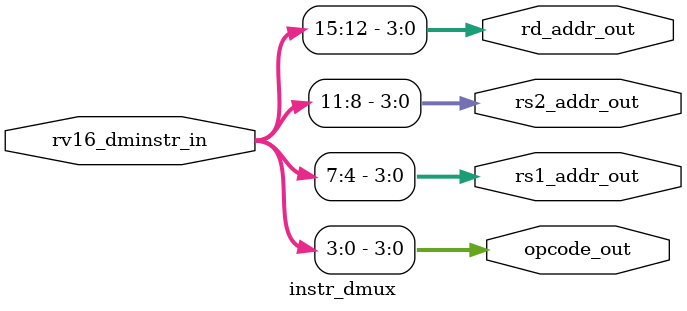
<source format=sv>
module instr_dmux(input [15:0]rv16_dminstr_in, output [3:0]opcode_out, output[3:0]rs1_addr_out,
                  output [3:0]rs2_addr_out, output [3:0]rd_addr_out);

  assign opcode_out = rv16_dminstr_in[3:0];
  assign rs1_addr_out	= rv16_dminstr_in[7:4];
  assign rs2_addr_out	= rv16_dminstr_in[11:8];
  assign rd_addr_out		= rv16_dminstr_in[15:12];

endmodule

</source>
